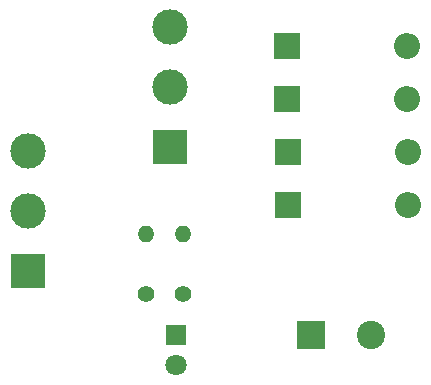
<source format=gbr>
%TF.GenerationSoftware,KiCad,Pcbnew,8.0.8*%
%TF.CreationDate,2025-01-25T14:39:54+05:30*%
%TF.ProjectId,AC to DC conveter,41432074-6f20-4444-9320-636f6e766574,rev?*%
%TF.SameCoordinates,Original*%
%TF.FileFunction,Soldermask,Bot*%
%TF.FilePolarity,Negative*%
%FSLAX46Y46*%
G04 Gerber Fmt 4.6, Leading zero omitted, Abs format (unit mm)*
G04 Created by KiCad (PCBNEW 8.0.8) date 2025-01-25 14:39:54*
%MOMM*%
%LPD*%
G01*
G04 APERTURE LIST*
%ADD10C,1.400000*%
%ADD11O,1.400000X1.400000*%
%ADD12R,3.000000X3.000000*%
%ADD13C,3.000000*%
%ADD14R,1.800000X1.800000*%
%ADD15C,1.800000*%
%ADD16R,2.200000X2.200000*%
%ADD17O,2.200000X2.200000*%
%ADD18R,2.400000X2.400000*%
%ADD19C,2.400000*%
G04 APERTURE END LIST*
D10*
%TO.C,R2*%
X191650000Y-79040000D03*
D11*
X191650000Y-73960000D03*
%TD*%
D10*
%TO.C,R1*%
X188500000Y-79040000D03*
D11*
X188500000Y-73960000D03*
%TD*%
D12*
%TO.C,J2*%
X178500000Y-77080000D03*
D13*
X178500000Y-72000000D03*
X178500000Y-66920000D03*
%TD*%
D12*
%TO.C,J1*%
X190500000Y-66580000D03*
D13*
X190500000Y-61500000D03*
X190500000Y-56420000D03*
%TD*%
D14*
%TO.C,D5*%
X191000000Y-82500000D03*
D15*
X191000000Y-85040000D03*
%TD*%
D16*
%TO.C,D4*%
X200500000Y-71500000D03*
D17*
X210660000Y-71500000D03*
%TD*%
D16*
%TO.C,D3*%
X200500000Y-67000000D03*
D17*
X210660000Y-67000000D03*
%TD*%
D16*
%TO.C,D2*%
X200420000Y-62500000D03*
D17*
X210580000Y-62500000D03*
%TD*%
D16*
%TO.C,D1*%
X200420000Y-58000000D03*
D17*
X210580000Y-58000000D03*
%TD*%
D18*
%TO.C,C1*%
X202500000Y-82500000D03*
D19*
X207500000Y-82500000D03*
%TD*%
M02*

</source>
